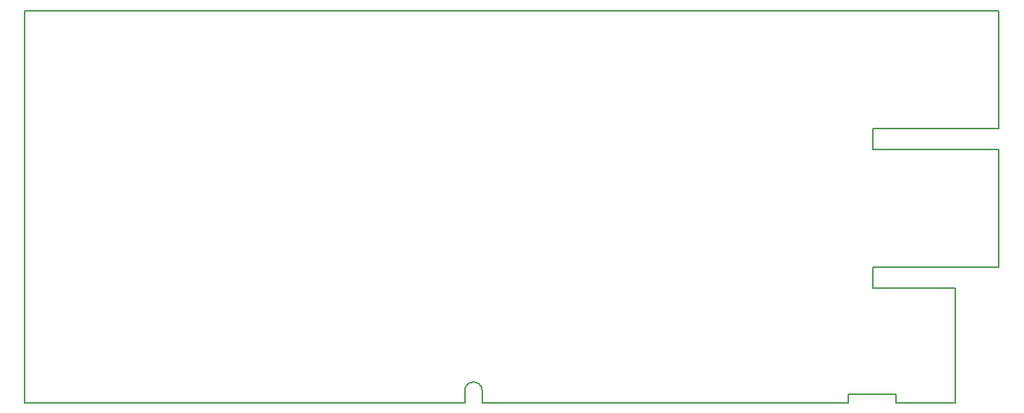
<source format=gm1>
G04*
G04 #@! TF.GenerationSoftware,Altium Limited,Altium Designer,20.0.14 (345)*
G04*
G04 Layer_Color=16711935*
%FSLAX25Y25*%
%MOIN*%
G70*
G01*
G75*
%ADD44C,0.00500*%
D44*
X210750Y5500D02*
G03*
X202750Y5500I-4000J0D01*
G01*
X0Y181000D02*
X449000D01*
Y126500D02*
Y181000D01*
X391000Y126500D02*
X449000D01*
X391000Y117000D02*
Y126500D01*
Y117000D02*
X449000D01*
Y62500D02*
Y117000D01*
X391000Y62500D02*
X449000D01*
X391000Y53000D02*
Y62500D01*
Y53000D02*
X429000D01*
Y0D02*
Y53000D01*
X401500Y0D02*
X428962D01*
X401362Y3937D02*
X401378Y0D01*
X379500Y4000D02*
X401362D01*
X379500Y0D02*
Y3937D01*
X210750Y0D02*
X379472D01*
X210750D02*
Y5500D01*
X202750Y0D02*
Y5500D01*
X0Y0D02*
Y181000D01*
Y0D02*
X202750D01*
M02*

</source>
